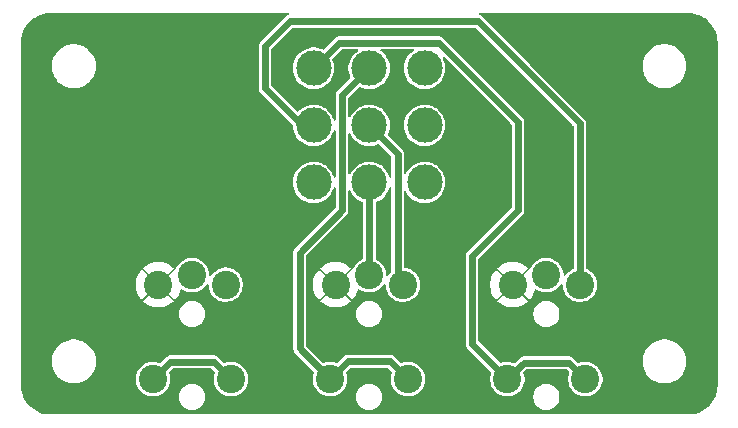
<source format=gbr>
%TF.GenerationSoftware,KiCad,Pcbnew,9.0.5*%
%TF.CreationDate,2025-10-22T22:20:53-05:00*%
%TF.ProjectId,audio_switch,61756469-6f5f-4737-9769-7463682e6b69,-*%
%TF.SameCoordinates,PX8282a50PY7459280*%
%TF.FileFunction,Copper,L1,Top*%
%TF.FilePolarity,Positive*%
%FSLAX46Y46*%
G04 Gerber Fmt 4.6, Leading zero omitted, Abs format (unit mm)*
G04 Created by KiCad (PCBNEW 9.0.5) date 2025-10-22 22:20:53*
%MOMM*%
%LPD*%
G01*
G04 APERTURE LIST*
%TA.AperFunction,ComponentPad*%
%ADD10C,2.400000*%
%TD*%
%TA.AperFunction,ComponentPad*%
%ADD11C,3.000000*%
%TD*%
%TA.AperFunction,ViaPad*%
%ADD12C,0.609600*%
%TD*%
%TA.AperFunction,Conductor*%
%ADD13C,0.406400*%
%TD*%
%TA.AperFunction,Conductor*%
%ADD14C,0.558800*%
%TD*%
G04 APERTURE END LIST*
D10*
%TO.P,J2,R1*%
%TO.N,/COM_RIGHT*%
X2850000Y11500000D03*
%TO.P,J2,R2*%
%TO.N,GND*%
X-2850000Y11500000D03*
%TO.P,J2,S*%
%TO.N,/COM_MIC*%
X0Y12300000D03*
%TO.P,J2,T*%
%TO.N,/COM_LEFT*%
X-3300000Y3500000D03*
X3300000Y3500000D03*
%TD*%
D11*
%TO.P,SW1,1,A*%
%TO.N,/A_MIC*%
X4700000Y20170000D03*
%TO.P,SW1,2,B*%
%TO.N,/COM_MIC*%
X0Y20170000D03*
%TO.P,SW1,3,C*%
%TO.N,/B_MIC*%
X-4700000Y20170000D03*
%TO.P,SW1,4,A*%
%TO.N,/A_RIGHT*%
X4700000Y25000000D03*
%TO.P,SW1,5,B*%
%TO.N,/COM_RIGHT*%
X0Y25000000D03*
%TO.P,SW1,6,C*%
%TO.N,/B_RIGHT*%
X-4700000Y25000000D03*
%TO.P,SW1,7,A*%
%TO.N,/A_LEFT*%
X4700000Y29830000D03*
%TO.P,SW1,8,B*%
%TO.N,/COM_LEFT*%
X0Y29830000D03*
%TO.P,SW1,9,C*%
%TO.N,/B_LEFT*%
X-4700000Y29830000D03*
%TD*%
D10*
%TO.P,J1,R1*%
%TO.N,/A_RIGHT*%
X-12150000Y11500000D03*
%TO.P,J1,R2*%
%TO.N,GND*%
X-17850000Y11500000D03*
%TO.P,J1,S*%
%TO.N,/A_MIC*%
X-15000000Y12300000D03*
%TO.P,J1,T*%
%TO.N,/A_LEFT*%
X-18300000Y3500000D03*
X-11700000Y3500000D03*
%TD*%
%TO.P,J3,R1*%
%TO.N,/B_RIGHT*%
X17850000Y11500000D03*
%TO.P,J3,R2*%
%TO.N,GND*%
X12150000Y11500000D03*
%TO.P,J3,S*%
%TO.N,/B_MIC*%
X15000000Y12300000D03*
%TO.P,J3,T*%
%TO.N,/B_LEFT*%
X11700000Y3500000D03*
X18300000Y3500000D03*
%TD*%
D12*
%TO.N,GND*%
X-7290000Y10550000D03*
X27500000Y10500000D03*
X-27500000Y10500000D03*
X7500000Y2500000D03*
X-1030000Y22640000D03*
X18500000Y32500000D03*
X2380000Y26080000D03*
X7260000Y32440000D03*
X27500000Y24500000D03*
X-7340000Y30640000D03*
X-11030000Y32550000D03*
X1240000Y18060000D03*
X-27500000Y17500000D03*
X11100000Y25100000D03*
X3600000Y16000000D03*
X-21300000Y2500000D03*
X-7500000Y2500000D03*
X-13500000Y15700000D03*
X13000000Y32500000D03*
X-16000000Y32500000D03*
X27500000Y17500000D03*
X21300000Y2430000D03*
X-10800000Y27800000D03*
X1360000Y13810000D03*
X8500000Y27100000D03*
X-2380000Y29120000D03*
X-18500000Y32500000D03*
X-27500000Y24500000D03*
X16400000Y14600000D03*
X2330000Y29110000D03*
%TD*%
D13*
%TO.N,/A_RIGHT*%
X4730000Y25170000D02*
X4700000Y25170000D01*
D14*
%TO.N,/A_LEFT*%
X-18300000Y3500000D02*
X-16830000Y4970000D01*
X-13170000Y4970000D02*
X-11700000Y3500000D01*
X-16830000Y4970000D02*
X-13170000Y4970000D01*
%TO.N,/COM_LEFT*%
X-5900000Y6100000D02*
X-3300000Y3500000D01*
X1790000Y5010000D02*
X3300000Y3500000D01*
X-2300000Y17800000D02*
X-5900000Y14200000D01*
X-5900000Y14200000D02*
X-5900000Y6100000D01*
X-2300000Y27530000D02*
X-2300000Y17800000D01*
X-1790000Y5010000D02*
X1790000Y5010000D01*
X0Y29830000D02*
X-2300000Y27530000D01*
X-3300000Y3500000D02*
X-1790000Y5010000D01*
%TO.N,/COM_MIC*%
X0Y12300000D02*
X0Y20170000D01*
%TO.N,/COM_RIGHT*%
X2400000Y22600000D02*
X0Y25000000D01*
X2850000Y11500000D02*
X2400000Y11950000D01*
X2400000Y11950000D02*
X2400000Y22600000D01*
%TO.N,/B_LEFT*%
X8700000Y6500000D02*
X11700000Y3500000D01*
X-4700000Y29830000D02*
X-2530000Y32000000D01*
X5900000Y32000000D02*
X12600000Y25300000D01*
X11700000Y3500000D02*
X13100000Y4900000D01*
X16900000Y4900000D02*
X18300000Y3500000D01*
X13100000Y4900000D02*
X16900000Y4900000D01*
X12600000Y17800000D02*
X8700000Y13900000D01*
X8700000Y13900000D02*
X8700000Y6500000D01*
X-2530000Y32000000D02*
X5900000Y32000000D01*
X12600000Y25300000D02*
X12600000Y17800000D01*
D13*
X-4700000Y29800000D02*
X-4700000Y29830000D01*
D14*
%TO.N,/B_RIGHT*%
X-4700000Y25000000D02*
X-5700000Y25000000D01*
X17000000Y11600000D02*
X17100000Y11500000D01*
X-8830000Y31670000D02*
X-6700000Y33800000D01*
D13*
X17850000Y11500000D02*
X17850000Y11750000D01*
D14*
X-5700000Y25000000D02*
X-8830000Y28130000D01*
X-6700000Y33800000D02*
X9200000Y33800000D01*
X9200000Y33800000D02*
X17850000Y25150000D01*
X17850000Y25150000D02*
X17850000Y11500000D01*
X-8830000Y28130000D02*
X-8830000Y31670000D01*
D13*
X17850000Y11500000D02*
X17800000Y11550000D01*
%TO.N,/B_MIC*%
X15000000Y13300000D02*
X15000000Y12300000D01*
X-4730000Y20170000D02*
X-4700000Y20170000D01*
D14*
X-4670000Y20170000D02*
X-4700000Y20170000D01*
%TD*%
%TA.AperFunction,Conductor*%
%TO.N,GND*%
G36*
X-6793285Y34470935D02*
G01*
X-6763221Y34418864D01*
X-6773662Y34359650D01*
X-6819722Y34321001D01*
X-6827036Y34318695D01*
X-6906079Y34297517D01*
X-6906081Y34297516D01*
X-7027816Y34227231D01*
X-7027819Y34227229D01*
X-9157822Y32097226D01*
X-9157823Y32097227D01*
X-9257226Y31997823D01*
X-9257231Y31997816D01*
X-9327516Y31876081D01*
X-9327516Y31876079D01*
X-9363900Y31740289D01*
X-9363900Y28059712D01*
X-9327516Y27923922D01*
X-9327516Y27923920D01*
X-9257231Y27802185D01*
X-9257229Y27802182D01*
X-9257228Y27802181D01*
X-9257226Y27802178D01*
X-6480245Y25025197D01*
X-6454834Y24970704D01*
X-6454500Y24963043D01*
X-6454500Y24885003D01*
X-6424480Y24656980D01*
X-6424477Y24656968D01*
X-6387200Y24517845D01*
X-6364954Y24434824D01*
X-6318914Y24323674D01*
X-6276943Y24222345D01*
X-6276942Y24222343D01*
X-6276940Y24222339D01*
X-6234905Y24149533D01*
X-6161943Y24023158D01*
X-6038003Y23861636D01*
X-6021934Y23840695D01*
X-5859305Y23678066D01*
X-5676840Y23538056D01*
X-5477661Y23423060D01*
X-5265176Y23335046D01*
X-5043020Y23275520D01*
X-4868053Y23252486D01*
X-4814998Y23245500D01*
X-4814996Y23245500D01*
X-4585002Y23245500D01*
X-4537477Y23251758D01*
X-4356980Y23275520D01*
X-4134824Y23335046D01*
X-3922339Y23423060D01*
X-3723160Y23538056D01*
X-3540695Y23678066D01*
X-3378066Y23840695D01*
X-3238056Y24023160D01*
X-3123060Y24222339D01*
X-3035046Y24434824D01*
X-3006705Y24540596D01*
X-2972217Y24589848D01*
X-2914139Y24605411D01*
X-2859645Y24580000D01*
X-2834234Y24525506D01*
X-2833900Y24517845D01*
X-2833900Y20652156D01*
X-2854465Y20595655D01*
X-2906536Y20565591D01*
X-2965750Y20576032D01*
X-3004399Y20622092D01*
X-3006705Y20629406D01*
X-3015240Y20661258D01*
X-3035046Y20735176D01*
X-3123060Y20947661D01*
X-3238056Y21146840D01*
X-3378066Y21329305D01*
X-3540695Y21491934D01*
X-3561636Y21508003D01*
X-3723158Y21631943D01*
X-3789553Y21670276D01*
X-3922339Y21746940D01*
X-3922341Y21746941D01*
X-3922343Y21746942D01*
X-3922345Y21746943D01*
X-4021724Y21788107D01*
X-4134824Y21834954D01*
X-4134828Y21834955D01*
X-4134830Y21834956D01*
X-4356968Y21894477D01*
X-4356980Y21894480D01*
X-4585002Y21924500D01*
X-4585004Y21924500D01*
X-4814996Y21924500D01*
X-4814998Y21924500D01*
X-5043021Y21894480D01*
X-5043033Y21894477D01*
X-5265171Y21834956D01*
X-5265178Y21834953D01*
X-5477656Y21746943D01*
X-5477658Y21746942D01*
X-5676843Y21631943D01*
X-5859302Y21491937D01*
X-6021937Y21329302D01*
X-6161943Y21146843D01*
X-6276942Y20947658D01*
X-6276943Y20947656D01*
X-6364953Y20735178D01*
X-6364956Y20735171D01*
X-6424477Y20513033D01*
X-6424480Y20513021D01*
X-6454500Y20284998D01*
X-6454500Y20055003D01*
X-6424480Y19826980D01*
X-6424477Y19826968D01*
X-6387200Y19687845D01*
X-6364954Y19604824D01*
X-6318914Y19493674D01*
X-6276943Y19392345D01*
X-6276942Y19392343D01*
X-6161943Y19193158D01*
X-6038003Y19031636D01*
X-6021934Y19010695D01*
X-5859305Y18848066D01*
X-5676840Y18708056D01*
X-5477661Y18593060D01*
X-5265176Y18505046D01*
X-5043020Y18445520D01*
X-4868053Y18422486D01*
X-4814998Y18415500D01*
X-4814996Y18415500D01*
X-4585002Y18415500D01*
X-4537477Y18421758D01*
X-4356980Y18445520D01*
X-4134824Y18505046D01*
X-3922339Y18593060D01*
X-3723160Y18708056D01*
X-3540695Y18848066D01*
X-3378066Y19010695D01*
X-3238056Y19193160D01*
X-3123060Y19392339D01*
X-3035046Y19604824D01*
X-3006705Y19710596D01*
X-2972217Y19759848D01*
X-2914139Y19775411D01*
X-2859645Y19750000D01*
X-2834234Y19695506D01*
X-2833900Y19687845D01*
X-2833900Y18057558D01*
X-2854465Y18001057D01*
X-2859645Y17995403D01*
X-6227822Y14627226D01*
X-6227823Y14627227D01*
X-6327226Y14527823D01*
X-6327231Y14527816D01*
X-6397516Y14406081D01*
X-6397516Y14406079D01*
X-6433900Y14270289D01*
X-6433900Y6029712D01*
X-6397516Y5893922D01*
X-6397516Y5893920D01*
X-6327231Y5772185D01*
X-6327229Y5772182D01*
X-6327228Y5772181D01*
X-6327226Y5772178D01*
X-5031149Y4476100D01*
X-4677553Y4122504D01*
X-4652142Y4068010D01*
X-4656110Y4033187D01*
X-4718687Y3840594D01*
X-4754500Y3614471D01*
X-4754500Y3385530D01*
X-4718688Y3159409D01*
X-4650019Y2948072D01*
X-4647938Y2941666D01*
X-4598948Y2845517D01*
X-4544000Y2737675D01*
X-4409431Y2552457D01*
X-4247544Y2390570D01*
X-4062326Y2256001D01*
X-4062324Y2256000D01*
X-3858334Y2152062D01*
X-3640596Y2081314D01*
X-3640595Y2081314D01*
X-3640592Y2081313D01*
X-3586248Y2072707D01*
X-3414472Y2045500D01*
X-3414470Y2045500D01*
X-3185530Y2045500D01*
X-3185528Y2045500D01*
X-2990267Y2076426D01*
X-2959409Y2081313D01*
X-2959408Y2081314D01*
X-2959404Y2081314D01*
X-2941163Y2087241D01*
X-1108500Y2087241D01*
X-1108500Y1912760D01*
X-1081206Y1740429D01*
X-1029238Y1580484D01*
X-1027288Y1574484D01*
X-948074Y1419019D01*
X-845517Y1277861D01*
X-722139Y1154483D01*
X-580981Y1051926D01*
X-425516Y972712D01*
X-259574Y918795D01*
X-87241Y891500D01*
X-87240Y891500D01*
X87240Y891500D01*
X87241Y891500D01*
X259574Y918795D01*
X425516Y972712D01*
X580981Y1051926D01*
X722139Y1154483D01*
X845517Y1277861D01*
X948074Y1419019D01*
X1027288Y1574484D01*
X1081205Y1740426D01*
X1108500Y1912759D01*
X1108500Y2087241D01*
X1081205Y2259574D01*
X1027288Y2425516D01*
X948074Y2580981D01*
X845517Y2722139D01*
X722139Y2845517D01*
X580981Y2948074D01*
X425516Y3027288D01*
X425514Y3027289D01*
X425511Y3027290D01*
X259571Y3081206D01*
X127189Y3102173D01*
X87241Y3108500D01*
X-87241Y3108500D01*
X-119672Y3103364D01*
X-259572Y3081206D01*
X-425512Y3027290D01*
X-425519Y3027287D01*
X-580979Y2948075D01*
X-580985Y2948072D01*
X-722140Y2845517D01*
X-845517Y2722140D01*
X-948072Y2580985D01*
X-948075Y2580979D01*
X-1027287Y2425519D01*
X-1027290Y2425512D01*
X-1081206Y2259572D01*
X-1108500Y2087241D01*
X-2941163Y2087241D01*
X-2741666Y2152062D01*
X-2537676Y2256000D01*
X-2352457Y2390569D01*
X-2190569Y2552457D01*
X-2056000Y2737676D01*
X-1952062Y2941666D01*
X-1881314Y3159404D01*
X-1845500Y3385528D01*
X-1845500Y3614472D01*
X-1881314Y3840596D01*
X-1943891Y4033188D01*
X-1941792Y4093278D01*
X-1922447Y4122505D01*
X-1594595Y4450355D01*
X-1540102Y4475766D01*
X-1532441Y4476100D01*
X1532442Y4476100D01*
X1588943Y4455535D01*
X1594597Y4450355D01*
X1922447Y4122504D01*
X1947858Y4068010D01*
X1943890Y4033187D01*
X1881313Y3840594D01*
X1845500Y3614471D01*
X1845500Y3385530D01*
X1881312Y3159409D01*
X1949981Y2948072D01*
X1952062Y2941666D01*
X2001052Y2845517D01*
X2056000Y2737675D01*
X2190569Y2552457D01*
X2352456Y2390570D01*
X2537674Y2256001D01*
X2537676Y2256000D01*
X2741666Y2152062D01*
X2959404Y2081314D01*
X2959405Y2081314D01*
X2959408Y2081313D01*
X3013752Y2072707D01*
X3185528Y2045500D01*
X3185530Y2045500D01*
X3414470Y2045500D01*
X3414472Y2045500D01*
X3609733Y2076426D01*
X3640591Y2081313D01*
X3640592Y2081314D01*
X3640596Y2081314D01*
X3858334Y2152062D01*
X4062324Y2256000D01*
X4247543Y2390569D01*
X4409431Y2552457D01*
X4544000Y2737676D01*
X4647938Y2941666D01*
X4718686Y3159404D01*
X4754500Y3385528D01*
X4754500Y3614472D01*
X4718686Y3840596D01*
X4647938Y4058334D01*
X4544000Y4262324D01*
X4487307Y4340355D01*
X4443012Y4401323D01*
X4409431Y4447543D01*
X4247543Y4609431D01*
X4210081Y4636649D01*
X4062325Y4744000D01*
X3964003Y4794097D01*
X3858334Y4847938D01*
X3858331Y4847939D01*
X3858329Y4847940D01*
X3640591Y4918688D01*
X3440679Y4950350D01*
X3414472Y4954500D01*
X3185528Y4954500D01*
X3142975Y4947761D01*
X2959406Y4918687D01*
X2766813Y4856110D01*
X2706723Y4858209D01*
X2677496Y4877553D01*
X2600549Y4954500D01*
X2117822Y5437226D01*
X2117819Y5437228D01*
X2117818Y5437229D01*
X2117815Y5437231D01*
X1996079Y5507516D01*
X1860289Y5543900D01*
X-1860289Y5543900D01*
X-1996077Y5507517D01*
X-2117824Y5437226D01*
X-2677498Y4877553D01*
X-2731992Y4852142D01*
X-2766816Y4856110D01*
X-2959409Y4918688D01*
X-3159321Y4950350D01*
X-3185528Y4954500D01*
X-3414472Y4954500D01*
X-3457025Y4947761D01*
X-3640594Y4918687D01*
X-3833187Y4856110D01*
X-3893277Y4858209D01*
X-3922504Y4877553D01*
X-5340355Y6295404D01*
X-5365766Y6349898D01*
X-5366100Y6357559D01*
X-5366100Y9087241D01*
X-1108500Y9087241D01*
X-1108500Y8912760D01*
X-1081206Y8740429D01*
X-1081205Y8740426D01*
X-1027288Y8574484D01*
X-948074Y8419019D01*
X-845517Y8277861D01*
X-722139Y8154483D01*
X-580981Y8051926D01*
X-425516Y7972712D01*
X-259574Y7918795D01*
X-87241Y7891500D01*
X-87240Y7891500D01*
X87240Y7891500D01*
X87241Y7891500D01*
X259574Y7918795D01*
X425516Y7972712D01*
X580981Y8051926D01*
X722139Y8154483D01*
X845517Y8277861D01*
X948074Y8419019D01*
X1027288Y8574484D01*
X1081205Y8740426D01*
X1108500Y8912759D01*
X1108500Y9087241D01*
X1081205Y9259574D01*
X1027288Y9425516D01*
X948074Y9580981D01*
X845517Y9722139D01*
X722139Y9845517D01*
X580984Y9948072D01*
X580983Y9948073D01*
X580981Y9948074D01*
X425516Y10027288D01*
X425514Y10027289D01*
X425511Y10027290D01*
X259571Y10081206D01*
X127189Y10102173D01*
X87241Y10108500D01*
X-87241Y10108500D01*
X-119672Y10103364D01*
X-259572Y10081206D01*
X-425512Y10027290D01*
X-425519Y10027287D01*
X-580979Y9948075D01*
X-580985Y9948072D01*
X-722140Y9845517D01*
X-845517Y9722140D01*
X-948072Y9580985D01*
X-948075Y9580979D01*
X-1027287Y9425519D01*
X-1027290Y9425512D01*
X-1081206Y9259572D01*
X-1108500Y9087241D01*
X-5366100Y9087241D01*
X-5366100Y13942443D01*
X-5345535Y13998944D01*
X-5340366Y14004587D01*
X-1872774Y17472178D01*
X-1802484Y17593922D01*
X-1766100Y17729711D01*
X-1766100Y17870289D01*
X-1766100Y19407109D01*
X-1745535Y19463610D01*
X-1693464Y19493674D01*
X-1634250Y19483233D01*
X-1596991Y19440747D01*
X-1576943Y19392345D01*
X-1576942Y19392343D01*
X-1461943Y19193158D01*
X-1338003Y19031636D01*
X-1321934Y19010695D01*
X-1159305Y18848066D01*
X-976840Y18708056D01*
X-777661Y18593060D01*
X-588161Y18514567D01*
X-543832Y18473947D01*
X-533900Y18433359D01*
X-533900Y13714253D01*
X-554465Y13657752D01*
X-581892Y13635935D01*
X-648164Y13602168D01*
X-762326Y13544000D01*
X-947544Y13409431D01*
X-1109431Y13247544D01*
X-1244000Y13062326D01*
X-1347940Y12858331D01*
X-1350873Y12849300D01*
X-1387890Y12801919D01*
X-1434472Y12788561D01*
X-1435714Y12788561D01*
X-2258922Y11965354D01*
X-2267437Y11978097D01*
X-2371903Y12082563D01*
X-2384647Y12091079D01*
X-1561440Y12914285D01*
X-1587158Y12940003D01*
X-1785914Y13092514D01*
X-2002888Y13217783D01*
X-2002890Y13217784D01*
X-2234346Y13313655D01*
X-2234354Y13313658D01*
X-2476331Y13378496D01*
X-2476345Y13378499D01*
X-2724730Y13411200D01*
X-2975270Y13411200D01*
X-3223656Y13378499D01*
X-3223670Y13378496D01*
X-3465647Y13313658D01*
X-3465655Y13313655D01*
X-3697111Y13217784D01*
X-3697113Y13217783D01*
X-3914087Y13092514D01*
X-4112843Y12940003D01*
X-4138560Y12914285D01*
X-3315354Y12091079D01*
X-3328097Y12082563D01*
X-3432563Y11978097D01*
X-3441079Y11965354D01*
X-4264285Y12788560D01*
X-4290003Y12762843D01*
X-4442514Y12564087D01*
X-4567783Y12347113D01*
X-4567784Y12347111D01*
X-4663655Y12115655D01*
X-4663658Y12115647D01*
X-4728496Y11873670D01*
X-4728499Y11873656D01*
X-4761200Y11625270D01*
X-4761200Y11374731D01*
X-4728499Y11126345D01*
X-4728496Y11126331D01*
X-4663658Y10884354D01*
X-4663655Y10884346D01*
X-4567784Y10652890D01*
X-4567783Y10652888D01*
X-4442514Y10435914D01*
X-4290003Y10237158D01*
X-4264285Y10211440D01*
X-3441079Y11034647D01*
X-3432563Y11021903D01*
X-3328097Y10917437D01*
X-3315354Y10908922D01*
X-4138560Y10085715D01*
X-4112843Y10059998D01*
X-3914087Y9907487D01*
X-3697113Y9782218D01*
X-3697111Y9782217D01*
X-3465655Y9686346D01*
X-3465647Y9686343D01*
X-3223670Y9621505D01*
X-3223656Y9621502D01*
X-2975270Y9588800D01*
X-2724730Y9588800D01*
X-2476345Y9621502D01*
X-2476331Y9621505D01*
X-2234354Y9686343D01*
X-2234346Y9686346D01*
X-2002890Y9782217D01*
X-2002888Y9782218D01*
X-1785914Y9907487D01*
X-1587158Y10059998D01*
X-1561440Y10085715D01*
X-2384647Y10908922D01*
X-2371903Y10917437D01*
X-2267437Y11021903D01*
X-2258922Y11034647D01*
X-1435715Y10211440D01*
X-1409998Y10237158D01*
X-1257487Y10435914D01*
X-1132218Y10652888D01*
X-1132217Y10652890D01*
X-1036346Y10884346D01*
X-1036343Y10884353D01*
X-986294Y11071136D01*
X-951806Y11120389D01*
X-893728Y11135952D01*
X-849723Y11119499D01*
X-762326Y11056001D01*
X-762324Y11056000D01*
X-558334Y10952062D01*
X-340596Y10881314D01*
X-340595Y10881314D01*
X-340592Y10881313D01*
X-286248Y10872707D01*
X-114472Y10845500D01*
X-114470Y10845500D01*
X114470Y10845500D01*
X114472Y10845500D01*
X309733Y10876426D01*
X340591Y10881313D01*
X340592Y10881314D01*
X340596Y10881314D01*
X558334Y10952062D01*
X762324Y11056000D01*
X947543Y11190569D01*
X1109431Y11352457D01*
X1236488Y11527337D01*
X1286335Y11560959D01*
X1346133Y11554674D01*
X1387901Y11511422D01*
X1395500Y11475670D01*
X1395500Y11385528D01*
X1400738Y11352457D01*
X1431312Y11159409D01*
X1443991Y11120389D01*
X1502062Y10941666D01*
X1551061Y10845500D01*
X1606000Y10737675D01*
X1740569Y10552457D01*
X1902456Y10390570D01*
X2087674Y10256001D01*
X2087676Y10256000D01*
X2291666Y10152062D01*
X2509404Y10081314D01*
X2509405Y10081314D01*
X2509408Y10081313D01*
X2563752Y10072707D01*
X2735528Y10045500D01*
X2735530Y10045500D01*
X2964470Y10045500D01*
X2964472Y10045500D01*
X3159733Y10076426D01*
X3190591Y10081313D01*
X3190592Y10081314D01*
X3190596Y10081314D01*
X3408334Y10152062D01*
X3612324Y10256000D01*
X3797543Y10390569D01*
X3959431Y10552457D01*
X4094000Y10737676D01*
X4197938Y10941666D01*
X4268686Y11159404D01*
X4304500Y11385528D01*
X4304500Y11614472D01*
X4268686Y11840596D01*
X4197938Y12058334D01*
X4094000Y12262324D01*
X4048949Y12324331D01*
X3959430Y12447544D01*
X3797543Y12609431D01*
X3612325Y12744000D01*
X3498651Y12801919D01*
X3408334Y12847938D01*
X3408331Y12847939D01*
X3408329Y12847940D01*
X3190591Y12918688D01*
X3008050Y12947598D01*
X2955461Y12976748D01*
X2933913Y13032882D01*
X2933900Y13034416D01*
X2933900Y19407109D01*
X2954465Y19463610D01*
X3006536Y19493674D01*
X3065750Y19483233D01*
X3103009Y19440747D01*
X3123057Y19392345D01*
X3123058Y19392343D01*
X3238057Y19193158D01*
X3361997Y19031636D01*
X3378066Y19010695D01*
X3540695Y18848066D01*
X3723160Y18708056D01*
X3922339Y18593060D01*
X4134824Y18505046D01*
X4356980Y18445520D01*
X4531947Y18422486D01*
X4585002Y18415500D01*
X4585004Y18415500D01*
X4814998Y18415500D01*
X4862523Y18421758D01*
X5043020Y18445520D01*
X5265176Y18505046D01*
X5477661Y18593060D01*
X5676840Y18708056D01*
X5859305Y18848066D01*
X6021934Y19010695D01*
X6161944Y19193160D01*
X6276940Y19392339D01*
X6364954Y19604824D01*
X6424480Y19826980D01*
X6454500Y20055004D01*
X6454500Y20284996D01*
X6424480Y20513020D01*
X6364954Y20735176D01*
X6276940Y20947661D01*
X6161944Y21146840D01*
X6021934Y21329305D01*
X5859305Y21491934D01*
X5838364Y21508003D01*
X5676842Y21631943D01*
X5610447Y21670276D01*
X5477661Y21746940D01*
X5477659Y21746941D01*
X5477657Y21746942D01*
X5477655Y21746943D01*
X5378276Y21788107D01*
X5265176Y21834954D01*
X5265172Y21834955D01*
X5265170Y21834956D01*
X5043032Y21894477D01*
X5043020Y21894480D01*
X4814998Y21924500D01*
X4814996Y21924500D01*
X4585004Y21924500D01*
X4585002Y21924500D01*
X4356979Y21894480D01*
X4356967Y21894477D01*
X4134829Y21834956D01*
X4134822Y21834953D01*
X3922344Y21746943D01*
X3922342Y21746942D01*
X3723157Y21631943D01*
X3540698Y21491937D01*
X3378063Y21329302D01*
X3238057Y21146843D01*
X3123058Y20947658D01*
X3123057Y20947656D01*
X3103009Y20899254D01*
X3062387Y20854924D01*
X3002775Y20847076D01*
X2952064Y20879382D01*
X2933900Y20932892D01*
X2933900Y22670289D01*
X2897516Y22806078D01*
X2897515Y22806080D01*
X2897515Y22806081D01*
X2827230Y22927816D01*
X2827225Y22927823D01*
X2727822Y23027227D01*
X2727822Y23027226D01*
X1605515Y24149533D01*
X1580104Y24204027D01*
X1586460Y24245325D01*
X1664954Y24434824D01*
X1724480Y24656980D01*
X1754500Y24885004D01*
X1754500Y25114996D01*
X1754500Y25114998D01*
X2945500Y25114998D01*
X2945500Y24885003D01*
X2975520Y24656980D01*
X2975523Y24656968D01*
X3012800Y24517845D01*
X3035046Y24434824D01*
X3081086Y24323674D01*
X3123057Y24222345D01*
X3123058Y24222343D01*
X3123060Y24222339D01*
X3165095Y24149533D01*
X3238057Y24023158D01*
X3361997Y23861636D01*
X3378066Y23840695D01*
X3540695Y23678066D01*
X3723160Y23538056D01*
X3922339Y23423060D01*
X4134824Y23335046D01*
X4356980Y23275520D01*
X4531947Y23252486D01*
X4585002Y23245500D01*
X4585004Y23245500D01*
X4814998Y23245500D01*
X4862523Y23251758D01*
X5043020Y23275520D01*
X5265176Y23335046D01*
X5477661Y23423060D01*
X5676840Y23538056D01*
X5859305Y23678066D01*
X6021934Y23840695D01*
X6161944Y24023160D01*
X6276940Y24222339D01*
X6364954Y24434824D01*
X6424480Y24656980D01*
X6454500Y24885004D01*
X6454500Y25114996D01*
X6424480Y25343020D01*
X6364954Y25565176D01*
X6276940Y25777661D01*
X6161944Y25976840D01*
X6021934Y26159305D01*
X5859305Y26321934D01*
X5838364Y26338003D01*
X5676842Y26461943D01*
X5610447Y26500276D01*
X5477661Y26576940D01*
X5477659Y26576941D01*
X5477657Y26576942D01*
X5477655Y26576943D01*
X5378276Y26618107D01*
X5265176Y26664954D01*
X5265172Y26664955D01*
X5265170Y26664956D01*
X5043032Y26724477D01*
X5043020Y26724480D01*
X4814998Y26754500D01*
X4814996Y26754500D01*
X4585004Y26754500D01*
X4585002Y26754500D01*
X4356979Y26724480D01*
X4356967Y26724477D01*
X4134829Y26664956D01*
X4134822Y26664953D01*
X3922344Y26576943D01*
X3922342Y26576942D01*
X3723157Y26461943D01*
X3540698Y26321937D01*
X3378063Y26159302D01*
X3238057Y25976843D01*
X3123058Y25777658D01*
X3123057Y25777656D01*
X3035047Y25565178D01*
X3035044Y25565171D01*
X2975523Y25343033D01*
X2975520Y25343021D01*
X2945500Y25114998D01*
X1754500Y25114998D01*
X1724480Y25343020D01*
X1664954Y25565176D01*
X1576940Y25777661D01*
X1461944Y25976840D01*
X1321934Y26159305D01*
X1159305Y26321934D01*
X1138364Y26338003D01*
X976842Y26461943D01*
X910447Y26500276D01*
X777661Y26576940D01*
X777659Y26576941D01*
X777657Y26576942D01*
X777655Y26576943D01*
X678276Y26618107D01*
X565176Y26664954D01*
X565172Y26664955D01*
X565170Y26664956D01*
X343032Y26724477D01*
X343020Y26724480D01*
X114998Y26754500D01*
X114996Y26754500D01*
X-114996Y26754500D01*
X-114998Y26754500D01*
X-343021Y26724480D01*
X-343033Y26724477D01*
X-565171Y26664956D01*
X-565178Y26664953D01*
X-777656Y26576943D01*
X-777658Y26576942D01*
X-976843Y26461943D01*
X-1159302Y26321937D01*
X-1321937Y26159302D01*
X-1461943Y25976843D01*
X-1576942Y25777658D01*
X-1576943Y25777656D01*
X-1596991Y25729254D01*
X-1637613Y25684924D01*
X-1697225Y25677076D01*
X-1747936Y25709382D01*
X-1766100Y25762892D01*
X-1766100Y27272443D01*
X-1745535Y27328944D01*
X-1740366Y27334587D01*
X-850468Y28224486D01*
X-795974Y28249896D01*
X-754676Y28243540D01*
X-565176Y28165046D01*
X-343020Y28105520D01*
X-168053Y28082486D01*
X-114998Y28075500D01*
X-114996Y28075500D01*
X114998Y28075500D01*
X162523Y28081758D01*
X343020Y28105520D01*
X565176Y28165046D01*
X777661Y28253060D01*
X976840Y28368056D01*
X1159305Y28508066D01*
X1321934Y28670695D01*
X1461944Y28853160D01*
X1576940Y29052339D01*
X1664954Y29264824D01*
X1724480Y29486980D01*
X1754500Y29715004D01*
X1754500Y29944996D01*
X1724480Y30173020D01*
X1664954Y30395176D01*
X1576940Y30607661D01*
X1461944Y30806840D01*
X1448965Y30823754D01*
X1321936Y30989302D01*
X1321934Y30989305D01*
X1159305Y31151934D01*
X1147475Y31161011D01*
X976840Y31291945D01*
X976838Y31291946D01*
X959291Y31302076D01*
X920641Y31348136D01*
X920641Y31408263D01*
X959289Y31454323D01*
X1003240Y31466100D01*
X3696760Y31466100D01*
X3753261Y31445535D01*
X3783325Y31393464D01*
X3772884Y31334250D01*
X3740709Y31302076D01*
X3723161Y31291946D01*
X3723159Y31291945D01*
X3540698Y31151937D01*
X3378063Y30989302D01*
X3238057Y30806843D01*
X3123058Y30607658D01*
X3123057Y30607656D01*
X3035047Y30395178D01*
X3035044Y30395171D01*
X2975523Y30173033D01*
X2975520Y30173021D01*
X2945500Y29944998D01*
X2945500Y29715003D01*
X2975520Y29486980D01*
X2975523Y29486968D01*
X2998471Y29401323D01*
X3035046Y29264824D01*
X3081893Y29151724D01*
X3123057Y29052345D01*
X3123058Y29052343D01*
X3123060Y29052339D01*
X3165094Y28979534D01*
X3238057Y28853158D01*
X3361997Y28691636D01*
X3378066Y28670695D01*
X3540695Y28508066D01*
X3723160Y28368056D01*
X3922339Y28253060D01*
X4134824Y28165046D01*
X4356980Y28105520D01*
X4531947Y28082486D01*
X4585002Y28075500D01*
X4585004Y28075500D01*
X4814998Y28075500D01*
X4862523Y28081758D01*
X5043020Y28105520D01*
X5265176Y28165046D01*
X5477661Y28253060D01*
X5676840Y28368056D01*
X5859305Y28508066D01*
X6021934Y28670695D01*
X6161944Y28853160D01*
X6276940Y29052339D01*
X6364954Y29264824D01*
X6424480Y29486980D01*
X6454500Y29715004D01*
X6454500Y29944996D01*
X6424480Y30173020D01*
X6364954Y30395176D01*
X6276940Y30607661D01*
X6255126Y30645443D01*
X6244686Y30704655D01*
X6274750Y30756726D01*
X6331251Y30777291D01*
X6387752Y30756726D01*
X6393406Y30751546D01*
X12040355Y25104597D01*
X12065766Y25050103D01*
X12066100Y25042442D01*
X12066100Y18057558D01*
X12045535Y18001057D01*
X12040355Y17995403D01*
X8372178Y14327226D01*
X8372177Y14327227D01*
X8272774Y14227823D01*
X8272769Y14227816D01*
X8202484Y14106081D01*
X8202484Y14106079D01*
X8202484Y14106078D01*
X8166100Y13970289D01*
X8166100Y6570289D01*
X8166100Y6429711D01*
X8185433Y6357559D01*
X8202484Y6293922D01*
X8202484Y6293920D01*
X8272769Y6172185D01*
X8272771Y6172182D01*
X8272772Y6172181D01*
X8272774Y6172178D01*
X9323136Y5121816D01*
X10322447Y4122505D01*
X10347858Y4068011D01*
X10343890Y4033188D01*
X10281313Y3840594D01*
X10245500Y3614471D01*
X10245500Y3385530D01*
X10281312Y3159409D01*
X10349981Y2948072D01*
X10352062Y2941666D01*
X10401052Y2845517D01*
X10456000Y2737675D01*
X10590569Y2552457D01*
X10752456Y2390570D01*
X10937674Y2256001D01*
X10937676Y2256000D01*
X11141666Y2152062D01*
X11359404Y2081314D01*
X11359405Y2081314D01*
X11359408Y2081313D01*
X11413752Y2072707D01*
X11585528Y2045500D01*
X11585530Y2045500D01*
X11814470Y2045500D01*
X11814472Y2045500D01*
X12009733Y2076426D01*
X12040591Y2081313D01*
X12040592Y2081314D01*
X12040596Y2081314D01*
X12058837Y2087241D01*
X13891500Y2087241D01*
X13891500Y1912760D01*
X13918794Y1740429D01*
X13970762Y1580484D01*
X13972712Y1574484D01*
X14051926Y1419019D01*
X14154483Y1277861D01*
X14277861Y1154483D01*
X14419019Y1051926D01*
X14574484Y972712D01*
X14740426Y918795D01*
X14912759Y891500D01*
X14912760Y891500D01*
X15087240Y891500D01*
X15087241Y891500D01*
X15259574Y918795D01*
X15425516Y972712D01*
X15580981Y1051926D01*
X15722139Y1154483D01*
X15845517Y1277861D01*
X15948074Y1419019D01*
X16027288Y1574484D01*
X16081205Y1740426D01*
X16108500Y1912759D01*
X16108500Y2087241D01*
X16081205Y2259574D01*
X16027288Y2425516D01*
X15948074Y2580981D01*
X15845517Y2722139D01*
X15722139Y2845517D01*
X15580981Y2948074D01*
X15425516Y3027288D01*
X15425514Y3027289D01*
X15425511Y3027290D01*
X15259571Y3081206D01*
X15127189Y3102173D01*
X15087241Y3108500D01*
X14912759Y3108500D01*
X14880328Y3103364D01*
X14740428Y3081206D01*
X14574488Y3027290D01*
X14574481Y3027287D01*
X14419021Y2948075D01*
X14419015Y2948072D01*
X14277860Y2845517D01*
X14154483Y2722140D01*
X14051928Y2580985D01*
X14051925Y2580979D01*
X13972713Y2425519D01*
X13972710Y2425512D01*
X13918794Y2259572D01*
X13891500Y2087241D01*
X12058837Y2087241D01*
X12258334Y2152062D01*
X12462324Y2256000D01*
X12647543Y2390569D01*
X12809431Y2552457D01*
X12944000Y2737676D01*
X13047938Y2941666D01*
X13118686Y3159404D01*
X13154500Y3385528D01*
X13154500Y3614472D01*
X13118686Y3840596D01*
X13056108Y4033190D01*
X13058206Y4093278D01*
X13077552Y4122505D01*
X13295404Y4340355D01*
X13349897Y4365766D01*
X13357558Y4366100D01*
X16642442Y4366100D01*
X16698943Y4345535D01*
X16704597Y4340355D01*
X16922447Y4122505D01*
X16947858Y4068011D01*
X16943890Y4033188D01*
X16881313Y3840594D01*
X16845500Y3614471D01*
X16845500Y3385530D01*
X16881312Y3159409D01*
X16949981Y2948072D01*
X16952062Y2941666D01*
X17001052Y2845517D01*
X17056000Y2737675D01*
X17190569Y2552457D01*
X17352456Y2390570D01*
X17537674Y2256001D01*
X17537676Y2256000D01*
X17741666Y2152062D01*
X17959404Y2081314D01*
X17959405Y2081314D01*
X17959408Y2081313D01*
X18013752Y2072707D01*
X18185528Y2045500D01*
X18185530Y2045500D01*
X18414470Y2045500D01*
X18414472Y2045500D01*
X18609733Y2076426D01*
X18640591Y2081313D01*
X18640592Y2081314D01*
X18640596Y2081314D01*
X18858334Y2152062D01*
X19062324Y2256000D01*
X19247543Y2390569D01*
X19409431Y2552457D01*
X19544000Y2737676D01*
X19647938Y2941666D01*
X19718686Y3159404D01*
X19754500Y3385528D01*
X19754500Y3614472D01*
X19718686Y3840596D01*
X19647938Y4058334D01*
X19544000Y4262324D01*
X19487307Y4340355D01*
X19443012Y4401323D01*
X19409431Y4447543D01*
X19247543Y4609431D01*
X19210081Y4636649D01*
X19062325Y4744000D01*
X18964003Y4794097D01*
X18858334Y4847938D01*
X18858331Y4847939D01*
X18858329Y4847940D01*
X18640591Y4918688D01*
X18440679Y4950350D01*
X18414472Y4954500D01*
X18185528Y4954500D01*
X18142975Y4947761D01*
X17959406Y4918687D01*
X17766812Y4856110D01*
X17706722Y4858209D01*
X17677495Y4877553D01*
X17492512Y5062536D01*
X17433232Y5121816D01*
X23141500Y5121816D01*
X23141500Y4878185D01*
X23173299Y4636649D01*
X23173302Y4636635D01*
X23227125Y4435766D01*
X23236354Y4401323D01*
X23259462Y4345535D01*
X23329582Y4176249D01*
X23329583Y4176247D01*
X23329585Y4176243D01*
X23397660Y4058334D01*
X23451399Y3965255D01*
X23547053Y3840596D01*
X23599707Y3771976D01*
X23771976Y3599707D01*
X23965257Y3451398D01*
X24176243Y3329585D01*
X24401323Y3236354D01*
X24636647Y3173299D01*
X24815695Y3149728D01*
X24878184Y3141500D01*
X24878187Y3141500D01*
X25121816Y3141500D01*
X25179343Y3149074D01*
X25363353Y3173299D01*
X25598677Y3236354D01*
X25823757Y3329585D01*
X26034743Y3451398D01*
X26228024Y3599707D01*
X26400293Y3771976D01*
X26548602Y3965257D01*
X26670415Y4176243D01*
X26763646Y4401323D01*
X26826701Y4636647D01*
X26855071Y4852142D01*
X26858500Y4878185D01*
X26858500Y5121816D01*
X26850272Y5184305D01*
X26826701Y5363353D01*
X26763646Y5598677D01*
X26670415Y5823757D01*
X26548602Y6034743D01*
X26400293Y6228024D01*
X26228024Y6400293D01*
X26189684Y6429712D01*
X26034745Y6548601D01*
X25964414Y6589207D01*
X25823757Y6670415D01*
X25823755Y6670416D01*
X25823753Y6670417D01*
X25823751Y6670418D01*
X25701276Y6721148D01*
X25598677Y6763646D01*
X25598670Y6763648D01*
X25363365Y6826698D01*
X25363360Y6826699D01*
X25363353Y6826701D01*
X25266737Y6839421D01*
X25121816Y6858500D01*
X25121813Y6858500D01*
X24878187Y6858500D01*
X24878184Y6858500D01*
X24697032Y6834651D01*
X24636647Y6826701D01*
X24636643Y6826700D01*
X24636634Y6826698D01*
X24401329Y6763648D01*
X24401325Y6763647D01*
X24401323Y6763646D01*
X24401321Y6763645D01*
X24176248Y6670418D01*
X24176246Y6670417D01*
X23965254Y6548601D01*
X23771979Y6400296D01*
X23599704Y6228021D01*
X23451399Y6034746D01*
X23329583Y5823754D01*
X23329582Y5823752D01*
X23236355Y5598679D01*
X23236352Y5598671D01*
X23182377Y5397231D01*
X23173299Y5363353D01*
X23168543Y5327229D01*
X23141500Y5121816D01*
X17433232Y5121816D01*
X17227822Y5327226D01*
X17227819Y5327228D01*
X17227818Y5327229D01*
X17227815Y5327231D01*
X17106079Y5397516D01*
X16970289Y5433900D01*
X13170289Y5433900D01*
X13029711Y5433900D01*
X12893921Y5397516D01*
X12893919Y5397516D01*
X12772184Y5327231D01*
X12772181Y5327229D01*
X12322503Y4877552D01*
X12268009Y4852141D01*
X12233187Y4856109D01*
X12125229Y4891187D01*
X12040591Y4918688D01*
X11840679Y4950350D01*
X11814472Y4954500D01*
X11585528Y4954500D01*
X11542975Y4947761D01*
X11359406Y4918687D01*
X11166812Y4856110D01*
X11106722Y4858209D01*
X11077495Y4877553D01*
X9259645Y6695403D01*
X9234234Y6749897D01*
X9233900Y6757558D01*
X9233900Y9087241D01*
X13891500Y9087241D01*
X13891500Y8912760D01*
X13918794Y8740429D01*
X13918795Y8740426D01*
X13972712Y8574484D01*
X14051926Y8419019D01*
X14154483Y8277861D01*
X14277861Y8154483D01*
X14419019Y8051926D01*
X14574484Y7972712D01*
X14740426Y7918795D01*
X14912759Y7891500D01*
X14912760Y7891500D01*
X15087240Y7891500D01*
X15087241Y7891500D01*
X15259574Y7918795D01*
X15425516Y7972712D01*
X15580981Y8051926D01*
X15722139Y8154483D01*
X15845517Y8277861D01*
X15948074Y8419019D01*
X16027288Y8574484D01*
X16081205Y8740426D01*
X16108500Y8912759D01*
X16108500Y9087241D01*
X16081205Y9259574D01*
X16027288Y9425516D01*
X15948074Y9580981D01*
X15845517Y9722139D01*
X15722139Y9845517D01*
X15580984Y9948072D01*
X15580983Y9948073D01*
X15580981Y9948074D01*
X15425516Y10027288D01*
X15425514Y10027289D01*
X15425511Y10027290D01*
X15259571Y10081206D01*
X15127189Y10102173D01*
X15087241Y10108500D01*
X14912759Y10108500D01*
X14880328Y10103364D01*
X14740428Y10081206D01*
X14574488Y10027290D01*
X14574481Y10027287D01*
X14419021Y9948075D01*
X14419015Y9948072D01*
X14277860Y9845517D01*
X14154483Y9722140D01*
X14051928Y9580985D01*
X14051925Y9580979D01*
X13972713Y9425519D01*
X13972710Y9425512D01*
X13918794Y9259572D01*
X13891500Y9087241D01*
X9233900Y9087241D01*
X9233900Y13642443D01*
X9254465Y13698944D01*
X9259634Y13704587D01*
X13027226Y17472178D01*
X13097516Y17593922D01*
X13133900Y17729711D01*
X13133900Y17870289D01*
X13133900Y25370289D01*
X13097516Y25506078D01*
X13097515Y25506080D01*
X13097515Y25506081D01*
X13027230Y25627816D01*
X13027225Y25627823D01*
X12927822Y25727227D01*
X12927822Y25727226D01*
X6227822Y32427226D01*
X6227819Y32427228D01*
X6227818Y32427229D01*
X6227815Y32427231D01*
X6106079Y32497516D01*
X5970289Y32533900D01*
X-2600289Y32533900D01*
X-2736077Y32497517D01*
X-2857821Y32427228D01*
X-3849535Y31435516D01*
X-3904029Y31410105D01*
X-3945327Y31416462D01*
X-4134824Y31494954D01*
X-4134828Y31494955D01*
X-4134830Y31494956D01*
X-4356968Y31554477D01*
X-4356980Y31554480D01*
X-4585002Y31584500D01*
X-4585004Y31584500D01*
X-4814996Y31584500D01*
X-4814998Y31584500D01*
X-5043021Y31554480D01*
X-5043033Y31554477D01*
X-5265171Y31494956D01*
X-5265178Y31494953D01*
X-5477656Y31406943D01*
X-5477658Y31406942D01*
X-5676843Y31291943D01*
X-5859302Y31151937D01*
X-6021937Y30989302D01*
X-6161943Y30806843D01*
X-6276942Y30607658D01*
X-6276943Y30607656D01*
X-6364953Y30395178D01*
X-6364956Y30395171D01*
X-6424477Y30173033D01*
X-6424480Y30173021D01*
X-6454500Y29944998D01*
X-6454500Y29715003D01*
X-6424480Y29486980D01*
X-6424477Y29486968D01*
X-6401529Y29401323D01*
X-6364954Y29264824D01*
X-6318107Y29151724D01*
X-6276943Y29052345D01*
X-6276942Y29052343D01*
X-6276940Y29052339D01*
X-6234906Y28979534D01*
X-6161943Y28853158D01*
X-6038003Y28691636D01*
X-6021934Y28670695D01*
X-5859305Y28508066D01*
X-5676840Y28368056D01*
X-5477661Y28253060D01*
X-5265176Y28165046D01*
X-5043020Y28105520D01*
X-4868053Y28082486D01*
X-4814998Y28075500D01*
X-4814996Y28075500D01*
X-4585002Y28075500D01*
X-4537477Y28081758D01*
X-4356980Y28105520D01*
X-4134824Y28165046D01*
X-3922339Y28253060D01*
X-3723160Y28368056D01*
X-3540695Y28508066D01*
X-3378066Y28670695D01*
X-3238056Y28853160D01*
X-3123060Y29052339D01*
X-3035046Y29264824D01*
X-2975520Y29486980D01*
X-2945500Y29715004D01*
X-2945500Y29944996D01*
X-2975520Y30173020D01*
X-3035046Y30395176D01*
X-3113540Y30584676D01*
X-3116162Y30644745D01*
X-3094487Y30680466D01*
X-2334596Y31440355D01*
X-2280102Y31465766D01*
X-2272441Y31466100D01*
X-1003240Y31466100D01*
X-946739Y31445535D01*
X-916675Y31393464D01*
X-927116Y31334250D01*
X-959291Y31302076D01*
X-976839Y31291946D01*
X-976841Y31291945D01*
X-1159302Y31151937D01*
X-1321937Y30989302D01*
X-1461943Y30806843D01*
X-1576942Y30607658D01*
X-1576943Y30607656D01*
X-1664953Y30395178D01*
X-1664956Y30395171D01*
X-1724477Y30173033D01*
X-1724480Y30173021D01*
X-1754500Y29944998D01*
X-1754500Y29715003D01*
X-1724480Y29486980D01*
X-1724477Y29486968D01*
X-1701529Y29401323D01*
X-1664954Y29264824D01*
X-1595570Y29097315D01*
X-1586462Y29075327D01*
X-1583839Y29015257D01*
X-1605516Y28979534D01*
X-2627822Y27957226D01*
X-2627823Y27957227D01*
X-2727226Y27857823D01*
X-2727231Y27857816D01*
X-2797516Y27736081D01*
X-2797516Y27736079D01*
X-2833900Y27600289D01*
X-2833900Y25482156D01*
X-2854465Y25425655D01*
X-2906536Y25395591D01*
X-2965750Y25406032D01*
X-3004399Y25452092D01*
X-3006705Y25459406D01*
X-3019212Y25506081D01*
X-3035046Y25565176D01*
X-3123060Y25777661D01*
X-3238056Y25976840D01*
X-3378066Y26159305D01*
X-3540695Y26321934D01*
X-3561636Y26338003D01*
X-3723158Y26461943D01*
X-3789553Y26500276D01*
X-3922339Y26576940D01*
X-3922341Y26576941D01*
X-3922343Y26576942D01*
X-3922345Y26576943D01*
X-4021724Y26618107D01*
X-4134824Y26664954D01*
X-4134828Y26664955D01*
X-4134830Y26664956D01*
X-4356968Y26724477D01*
X-4356980Y26724480D01*
X-4585002Y26754500D01*
X-4585004Y26754500D01*
X-4814996Y26754500D01*
X-4814998Y26754500D01*
X-5043021Y26724480D01*
X-5043033Y26724477D01*
X-5265171Y26664956D01*
X-5265178Y26664953D01*
X-5477656Y26576943D01*
X-5477658Y26576942D01*
X-5676843Y26461943D01*
X-5859306Y26321934D01*
X-6000941Y26180299D01*
X-6055434Y26154888D01*
X-6113513Y26170451D01*
X-6125250Y26180299D01*
X-8270355Y28325404D01*
X-8295766Y28379898D01*
X-8296100Y28387559D01*
X-8296100Y31412442D01*
X-8275535Y31468943D01*
X-8270355Y31474597D01*
X-6504597Y33240355D01*
X-6450103Y33265766D01*
X-6442442Y33266100D01*
X8942442Y33266100D01*
X8998943Y33245535D01*
X9004597Y33240355D01*
X17290355Y24954597D01*
X17315766Y24900103D01*
X17316100Y24892442D01*
X17316100Y12914253D01*
X17295535Y12857752D01*
X17268108Y12835935D01*
X17201836Y12802168D01*
X17087674Y12744000D01*
X16902456Y12609431D01*
X16740569Y12447544D01*
X16613513Y12272665D01*
X16563665Y12239042D01*
X16503867Y12245327D01*
X16462099Y12288579D01*
X16454500Y12324331D01*
X16454500Y12414471D01*
X16418687Y12640592D01*
X16385088Y12744000D01*
X16347938Y12858334D01*
X16244000Y13062324D01*
X16109431Y13247543D01*
X15947543Y13409431D01*
X15945108Y13411200D01*
X15762325Y13544000D01*
X15664003Y13594097D01*
X15558334Y13647938D01*
X15558331Y13647939D01*
X15558329Y13647940D01*
X15340591Y13718688D01*
X15140679Y13750350D01*
X15114472Y13754500D01*
X15114471Y13754500D01*
X15072199Y13754500D01*
X15060257Y13757700D01*
X14939743Y13757700D01*
X14927801Y13754500D01*
X14885528Y13754500D01*
X14862042Y13750781D01*
X14659408Y13718688D01*
X14441670Y13647940D01*
X14237674Y13544000D01*
X14052456Y13409431D01*
X13890569Y13247544D01*
X13756000Y13062326D01*
X13652060Y12858331D01*
X13649127Y12849300D01*
X13612110Y12801919D01*
X13565528Y12788561D01*
X13564286Y12788561D01*
X12741078Y11965354D01*
X12732563Y11978097D01*
X12628097Y12082563D01*
X12615353Y12091079D01*
X13438560Y12914285D01*
X13412842Y12940003D01*
X13214086Y13092514D01*
X12997112Y13217783D01*
X12997110Y13217784D01*
X12765654Y13313655D01*
X12765646Y13313658D01*
X12523669Y13378496D01*
X12523655Y13378499D01*
X12275270Y13411200D01*
X12024730Y13411200D01*
X11776344Y13378499D01*
X11776330Y13378496D01*
X11534353Y13313658D01*
X11534345Y13313655D01*
X11302889Y13217784D01*
X11302887Y13217783D01*
X11085913Y13092514D01*
X10887157Y12940003D01*
X10861440Y12914285D01*
X11684646Y12091079D01*
X11671903Y12082563D01*
X11567437Y11978097D01*
X11558921Y11965354D01*
X10735715Y12788560D01*
X10709997Y12762843D01*
X10557486Y12564087D01*
X10432217Y12347113D01*
X10432216Y12347111D01*
X10336345Y12115655D01*
X10336342Y12115647D01*
X10271504Y11873670D01*
X10271501Y11873656D01*
X10238800Y11625270D01*
X10238800Y11374731D01*
X10271501Y11126345D01*
X10271504Y11126331D01*
X10336342Y10884354D01*
X10336345Y10884346D01*
X10432216Y10652890D01*
X10432217Y10652888D01*
X10557486Y10435914D01*
X10709997Y10237158D01*
X10735715Y10211440D01*
X11558921Y11034647D01*
X11567437Y11021903D01*
X11671903Y10917437D01*
X11684646Y10908922D01*
X10861440Y10085715D01*
X10887157Y10059998D01*
X11085913Y9907487D01*
X11302887Y9782218D01*
X11302889Y9782217D01*
X11534345Y9686346D01*
X11534353Y9686343D01*
X11776330Y9621505D01*
X11776344Y9621502D01*
X12024730Y9588800D01*
X12275270Y9588800D01*
X12523655Y9621502D01*
X12523669Y9621505D01*
X12765646Y9686343D01*
X12765654Y9686346D01*
X12997110Y9782217D01*
X12997112Y9782218D01*
X13214086Y9907487D01*
X13412842Y10059998D01*
X13438560Y10085715D01*
X12615353Y10908922D01*
X12628097Y10917437D01*
X12732563Y11021903D01*
X12741078Y11034647D01*
X13564285Y10211440D01*
X13590002Y10237158D01*
X13742513Y10435914D01*
X13867782Y10652888D01*
X13867783Y10652890D01*
X13963654Y10884346D01*
X13963657Y10884353D01*
X14013706Y11071136D01*
X14048194Y11120389D01*
X14106272Y11135952D01*
X14150277Y11119499D01*
X14237674Y11056001D01*
X14237676Y11056000D01*
X14441666Y10952062D01*
X14659404Y10881314D01*
X14659405Y10881314D01*
X14659408Y10881313D01*
X14713752Y10872707D01*
X14885528Y10845500D01*
X14885530Y10845500D01*
X15114470Y10845500D01*
X15114472Y10845500D01*
X15309733Y10876426D01*
X15340591Y10881313D01*
X15340592Y10881314D01*
X15340596Y10881314D01*
X15558334Y10952062D01*
X15762324Y11056000D01*
X15947543Y11190569D01*
X16109431Y11352457D01*
X16236488Y11527337D01*
X16286335Y11560959D01*
X16346133Y11554674D01*
X16387901Y11511422D01*
X16395500Y11475670D01*
X16395500Y11385528D01*
X16400738Y11352457D01*
X16431312Y11159409D01*
X16443991Y11120389D01*
X16502062Y10941666D01*
X16551061Y10845500D01*
X16606000Y10737675D01*
X16740569Y10552457D01*
X16902456Y10390570D01*
X17087674Y10256001D01*
X17087676Y10256000D01*
X17291666Y10152062D01*
X17509404Y10081314D01*
X17509405Y10081314D01*
X17509408Y10081313D01*
X17563752Y10072707D01*
X17735528Y10045500D01*
X17735530Y10045500D01*
X17964470Y10045500D01*
X17964472Y10045500D01*
X18159733Y10076426D01*
X18190591Y10081313D01*
X18190592Y10081314D01*
X18190596Y10081314D01*
X18408334Y10152062D01*
X18612324Y10256000D01*
X18797543Y10390569D01*
X18959431Y10552457D01*
X19094000Y10737676D01*
X19197938Y10941666D01*
X19268686Y11159404D01*
X19304500Y11385528D01*
X19304500Y11614472D01*
X19268686Y11840596D01*
X19197938Y12058334D01*
X19094000Y12262324D01*
X19048949Y12324331D01*
X18959430Y12447544D01*
X18797543Y12609431D01*
X18612325Y12744000D01*
X18498651Y12801919D01*
X18431892Y12835935D01*
X18390888Y12879908D01*
X18383900Y12914253D01*
X18383900Y25220289D01*
X18347516Y25356078D01*
X18306438Y25427226D01*
X18306437Y25427227D01*
X18277226Y25477823D01*
X13633235Y30121813D01*
X23141500Y30121813D01*
X23141500Y29878187D01*
X23173299Y29636647D01*
X23236354Y29401323D01*
X23285978Y29281519D01*
X23329582Y29176249D01*
X23329583Y29176247D01*
X23451399Y28965255D01*
X23537414Y28853158D01*
X23599707Y28771976D01*
X23771976Y28599707D01*
X23965257Y28451398D01*
X24176243Y28329585D01*
X24401323Y28236354D01*
X24636647Y28173299D01*
X24815695Y28149728D01*
X24878184Y28141500D01*
X24878187Y28141500D01*
X25121816Y28141500D01*
X25179343Y28149074D01*
X25363353Y28173299D01*
X25598677Y28236354D01*
X25823757Y28329585D01*
X26034743Y28451398D01*
X26228024Y28599707D01*
X26400293Y28771976D01*
X26548602Y28965257D01*
X26670415Y29176243D01*
X26763646Y29401323D01*
X26826701Y29636647D01*
X26858500Y29878187D01*
X26858500Y30121813D01*
X26826701Y30363353D01*
X26763646Y30598677D01*
X26670415Y30823757D01*
X26548602Y31034743D01*
X26400293Y31228024D01*
X26228024Y31400293D01*
X26169063Y31445535D01*
X26034745Y31548601D01*
X25964414Y31589207D01*
X25823757Y31670415D01*
X25823755Y31670416D01*
X25823753Y31670417D01*
X25823751Y31670418D01*
X25718481Y31714022D01*
X25598677Y31763646D01*
X25598670Y31763648D01*
X25363365Y31826698D01*
X25363360Y31826699D01*
X25363353Y31826701D01*
X25266737Y31839421D01*
X25121816Y31858500D01*
X25121813Y31858500D01*
X24878187Y31858500D01*
X24878184Y31858500D01*
X24697032Y31834651D01*
X24636647Y31826701D01*
X24636643Y31826700D01*
X24636634Y31826698D01*
X24401329Y31763648D01*
X24401325Y31763647D01*
X24401323Y31763646D01*
X24401321Y31763645D01*
X24176248Y31670418D01*
X24176246Y31670417D01*
X23965254Y31548601D01*
X23771979Y31400296D01*
X23599704Y31228021D01*
X23451399Y31034746D01*
X23329583Y30823754D01*
X23329582Y30823752D01*
X23236355Y30598679D01*
X23236352Y30598671D01*
X23173302Y30363366D01*
X23173299Y30363352D01*
X23148242Y30173021D01*
X23141500Y30121813D01*
X13633235Y30121813D01*
X9527822Y34227226D01*
X9527819Y34227228D01*
X9527818Y34227229D01*
X9527815Y34227231D01*
X9406080Y34297516D01*
X9406078Y34297517D01*
X9327036Y34318695D01*
X9277783Y34353182D01*
X9262220Y34411261D01*
X9287631Y34465754D01*
X9342125Y34491165D01*
X9349786Y34491500D01*
X26933055Y34491500D01*
X26997338Y34491500D01*
X27002645Y34491340D01*
X27295017Y34473655D01*
X27305548Y34472376D01*
X27591034Y34420059D01*
X27601315Y34417526D01*
X27789109Y34359006D01*
X27878424Y34331174D01*
X27888348Y34327410D01*
X27907712Y34318695D01*
X28153017Y34208293D01*
X28162400Y34203368D01*
X28410781Y34053216D01*
X28419516Y34047187D01*
X28647981Y33868197D01*
X28655927Y33861158D01*
X28861157Y33655928D01*
X28868196Y33647982D01*
X29047186Y33419517D01*
X29053215Y33410782D01*
X29190671Y33183403D01*
X29203363Y33162409D01*
X29208296Y33153010D01*
X29327409Y32888349D01*
X29331173Y32878425D01*
X29417521Y32601329D01*
X29420061Y32591022D01*
X29472374Y32305552D01*
X29473654Y32295016D01*
X29491340Y32002647D01*
X29491500Y31997339D01*
X29491500Y3002662D01*
X29491340Y2997354D01*
X29473654Y2704985D01*
X29472374Y2694449D01*
X29420061Y2408979D01*
X29417521Y2398672D01*
X29331173Y2121576D01*
X29327409Y2111652D01*
X29208296Y1846991D01*
X29203363Y1837592D01*
X29053215Y1589219D01*
X29047186Y1580484D01*
X28868196Y1352019D01*
X28861157Y1344073D01*
X28655927Y1138843D01*
X28647981Y1131804D01*
X28419516Y952814D01*
X28410781Y946785D01*
X28162408Y796637D01*
X28153009Y791704D01*
X27888348Y672591D01*
X27878424Y668827D01*
X27601328Y582479D01*
X27591021Y579939D01*
X27305551Y527626D01*
X27295015Y526346D01*
X27023530Y509924D01*
X27002644Y508660D01*
X26997338Y508500D01*
X-26997338Y508500D01*
X-27002645Y508660D01*
X-27025312Y510032D01*
X-27295016Y526346D01*
X-27305552Y527626D01*
X-27591022Y579939D01*
X-27601329Y582479D01*
X-27878425Y668827D01*
X-27888349Y672591D01*
X-28153010Y791704D01*
X-28162409Y796637D01*
X-28410782Y946785D01*
X-28419517Y952814D01*
X-28647982Y1131804D01*
X-28655928Y1138843D01*
X-28861158Y1344073D01*
X-28868197Y1352019D01*
X-29047189Y1580486D01*
X-29053216Y1589219D01*
X-29203368Y1837600D01*
X-29208293Y1846983D01*
X-29327410Y2111652D01*
X-29331174Y2121576D01*
X-29343043Y2159664D01*
X-29417526Y2398685D01*
X-29420059Y2408966D01*
X-29472376Y2694452D01*
X-29473655Y2704986D01*
X-29474693Y2722139D01*
X-29491340Y2997355D01*
X-29491500Y3002662D01*
X-29491500Y5121816D01*
X-26858500Y5121816D01*
X-26858500Y4878185D01*
X-26826701Y4636649D01*
X-26826698Y4636635D01*
X-26772875Y4435766D01*
X-26763646Y4401323D01*
X-26740538Y4345535D01*
X-26670418Y4176249D01*
X-26670417Y4176247D01*
X-26670415Y4176243D01*
X-26602340Y4058334D01*
X-26548601Y3965255D01*
X-26452947Y3840596D01*
X-26400293Y3771976D01*
X-26228024Y3599707D01*
X-26034743Y3451398D01*
X-25823757Y3329585D01*
X-25598677Y3236354D01*
X-25363353Y3173299D01*
X-25184305Y3149728D01*
X-25121816Y3141500D01*
X-25121813Y3141500D01*
X-24878184Y3141500D01*
X-24820657Y3149074D01*
X-24636647Y3173299D01*
X-24401323Y3236354D01*
X-24176243Y3329585D01*
X-23965257Y3451398D01*
X-23771976Y3599707D01*
X-23757212Y3614471D01*
X-19754500Y3614471D01*
X-19754500Y3385530D01*
X-19718688Y3159409D01*
X-19650019Y2948072D01*
X-19647938Y2941666D01*
X-19598948Y2845517D01*
X-19544000Y2737675D01*
X-19409431Y2552457D01*
X-19247544Y2390570D01*
X-19062326Y2256001D01*
X-19062324Y2256000D01*
X-18858334Y2152062D01*
X-18640596Y2081314D01*
X-18640595Y2081314D01*
X-18640592Y2081313D01*
X-18586248Y2072707D01*
X-18414472Y2045500D01*
X-18414470Y2045500D01*
X-18185530Y2045500D01*
X-18185528Y2045500D01*
X-17990267Y2076426D01*
X-17959409Y2081313D01*
X-17959408Y2081314D01*
X-17959404Y2081314D01*
X-17941163Y2087241D01*
X-16108500Y2087241D01*
X-16108500Y1912760D01*
X-16081206Y1740429D01*
X-16029238Y1580484D01*
X-16027288Y1574484D01*
X-15948074Y1419019D01*
X-15845517Y1277861D01*
X-15722139Y1154483D01*
X-15580981Y1051926D01*
X-15425516Y972712D01*
X-15259574Y918795D01*
X-15087241Y891500D01*
X-15087240Y891500D01*
X-14912760Y891500D01*
X-14912759Y891500D01*
X-14740426Y918795D01*
X-14574484Y972712D01*
X-14419019Y1051926D01*
X-14277861Y1154483D01*
X-14154483Y1277861D01*
X-14051926Y1419019D01*
X-13972712Y1574484D01*
X-13918795Y1740426D01*
X-13891500Y1912759D01*
X-13891500Y2087241D01*
X-13918795Y2259574D01*
X-13972712Y2425516D01*
X-14051926Y2580981D01*
X-14154483Y2722139D01*
X-14277861Y2845517D01*
X-14419019Y2948074D01*
X-14574484Y3027288D01*
X-14574486Y3027289D01*
X-14574489Y3027290D01*
X-14740429Y3081206D01*
X-14872811Y3102173D01*
X-14912759Y3108500D01*
X-15087241Y3108500D01*
X-15119672Y3103364D01*
X-15259572Y3081206D01*
X-15425512Y3027290D01*
X-15425519Y3027287D01*
X-15580979Y2948075D01*
X-15580985Y2948072D01*
X-15722140Y2845517D01*
X-15845517Y2722140D01*
X-15948072Y2580985D01*
X-15948075Y2580979D01*
X-16027287Y2425519D01*
X-16027290Y2425512D01*
X-16081206Y2259572D01*
X-16108500Y2087241D01*
X-17941163Y2087241D01*
X-17741666Y2152062D01*
X-17537676Y2256000D01*
X-17352457Y2390569D01*
X-17190569Y2552457D01*
X-17056000Y2737676D01*
X-16952062Y2941666D01*
X-16881314Y3159404D01*
X-16845500Y3385528D01*
X-16845500Y3614472D01*
X-16881314Y3840596D01*
X-16943892Y4033190D01*
X-16941794Y4093278D01*
X-16922448Y4122505D01*
X-16634596Y4410355D01*
X-16580103Y4435766D01*
X-16572442Y4436100D01*
X-13427558Y4436100D01*
X-13371057Y4415535D01*
X-13365403Y4410355D01*
X-13077553Y4122505D01*
X-13052142Y4068011D01*
X-13056110Y4033188D01*
X-13118687Y3840594D01*
X-13154500Y3614471D01*
X-13154500Y3385530D01*
X-13118688Y3159409D01*
X-13050019Y2948072D01*
X-13047938Y2941666D01*
X-12998948Y2845517D01*
X-12944000Y2737675D01*
X-12809431Y2552457D01*
X-12647544Y2390570D01*
X-12462326Y2256001D01*
X-12462324Y2256000D01*
X-12258334Y2152062D01*
X-12040596Y2081314D01*
X-12040595Y2081314D01*
X-12040592Y2081313D01*
X-11986248Y2072707D01*
X-11814472Y2045500D01*
X-11814470Y2045500D01*
X-11585530Y2045500D01*
X-11585528Y2045500D01*
X-11390267Y2076426D01*
X-11359409Y2081313D01*
X-11359408Y2081314D01*
X-11359404Y2081314D01*
X-11141666Y2152062D01*
X-10937676Y2256000D01*
X-10752457Y2390569D01*
X-10590569Y2552457D01*
X-10456000Y2737676D01*
X-10352062Y2941666D01*
X-10281314Y3159404D01*
X-10245500Y3385528D01*
X-10245500Y3614472D01*
X-10281314Y3840596D01*
X-10352062Y4058334D01*
X-10456000Y4262324D01*
X-10512693Y4340355D01*
X-10556988Y4401323D01*
X-10590569Y4447543D01*
X-10752457Y4609431D01*
X-10789919Y4636649D01*
X-10937675Y4744000D01*
X-11035997Y4794097D01*
X-11141666Y4847938D01*
X-11141669Y4847939D01*
X-11141671Y4847940D01*
X-11359409Y4918688D01*
X-11559321Y4950350D01*
X-11585528Y4954500D01*
X-11814472Y4954500D01*
X-11857025Y4947761D01*
X-12040594Y4918687D01*
X-12233188Y4856110D01*
X-12293278Y4858209D01*
X-12322505Y4877553D01*
X-12566768Y5121816D01*
X-12842178Y5397226D01*
X-12842181Y5397228D01*
X-12842182Y5397229D01*
X-12842185Y5397231D01*
X-12963921Y5467516D01*
X-13099711Y5503900D01*
X-16759711Y5503900D01*
X-16900289Y5503900D01*
X-17036079Y5467516D01*
X-17036081Y5467516D01*
X-17157816Y5397231D01*
X-17157819Y5397229D01*
X-17677497Y4877552D01*
X-17731991Y4852141D01*
X-17766813Y4856109D01*
X-17874771Y4891187D01*
X-17959409Y4918688D01*
X-18159321Y4950350D01*
X-18185528Y4954500D01*
X-18414472Y4954500D01*
X-18437958Y4950781D01*
X-18640592Y4918688D01*
X-18858330Y4847940D01*
X-19062326Y4744000D01*
X-19247544Y4609431D01*
X-19409431Y4447544D01*
X-19544000Y4262326D01*
X-19647940Y4058330D01*
X-19718688Y3840592D01*
X-19754500Y3614471D01*
X-23757212Y3614471D01*
X-23599707Y3771976D01*
X-23451398Y3965257D01*
X-23329585Y4176243D01*
X-23236354Y4401323D01*
X-23173299Y4636647D01*
X-23144929Y4852142D01*
X-23141500Y4878185D01*
X-23141500Y5121816D01*
X-23149728Y5184305D01*
X-23173299Y5363353D01*
X-23236354Y5598677D01*
X-23329585Y5823757D01*
X-23451398Y6034743D01*
X-23599707Y6228024D01*
X-23771976Y6400293D01*
X-23810316Y6429712D01*
X-23965255Y6548601D01*
X-24035586Y6589207D01*
X-24176243Y6670415D01*
X-24176245Y6670416D01*
X-24176247Y6670417D01*
X-24176249Y6670418D01*
X-24298724Y6721148D01*
X-24401323Y6763646D01*
X-24401330Y6763648D01*
X-24636635Y6826698D01*
X-24636640Y6826699D01*
X-24636647Y6826701D01*
X-24733263Y6839421D01*
X-24878184Y6858500D01*
X-24878187Y6858500D01*
X-25121813Y6858500D01*
X-25121816Y6858500D01*
X-25302968Y6834651D01*
X-25363353Y6826701D01*
X-25363357Y6826700D01*
X-25363366Y6826698D01*
X-25598671Y6763648D01*
X-25598675Y6763647D01*
X-25598677Y6763646D01*
X-25598679Y6763645D01*
X-25823752Y6670418D01*
X-25823754Y6670417D01*
X-26034746Y6548601D01*
X-26228021Y6400296D01*
X-26400296Y6228021D01*
X-26548601Y6034746D01*
X-26670417Y5823754D01*
X-26670418Y5823752D01*
X-26763645Y5598679D01*
X-26763648Y5598671D01*
X-26817623Y5397231D01*
X-26826701Y5363353D01*
X-26831457Y5327229D01*
X-26858500Y5121816D01*
X-29491500Y5121816D01*
X-29491500Y9087241D01*
X-16108500Y9087241D01*
X-16108500Y8912760D01*
X-16081206Y8740429D01*
X-16081205Y8740426D01*
X-16027288Y8574484D01*
X-15948074Y8419019D01*
X-15845517Y8277861D01*
X-15722139Y8154483D01*
X-15580981Y8051926D01*
X-15425516Y7972712D01*
X-15259574Y7918795D01*
X-15087241Y7891500D01*
X-15087240Y7891500D01*
X-14912760Y7891500D01*
X-14912759Y7891500D01*
X-14740426Y7918795D01*
X-14574484Y7972712D01*
X-14419019Y8051926D01*
X-14277861Y8154483D01*
X-14154483Y8277861D01*
X-14051926Y8419019D01*
X-13972712Y8574484D01*
X-13918795Y8740426D01*
X-13891500Y8912759D01*
X-13891500Y9087241D01*
X-13918795Y9259574D01*
X-13972712Y9425516D01*
X-14051926Y9580981D01*
X-14154483Y9722139D01*
X-14277861Y9845517D01*
X-14419016Y9948072D01*
X-14419017Y9948073D01*
X-14419019Y9948074D01*
X-14574484Y10027288D01*
X-14574486Y10027289D01*
X-14574489Y10027290D01*
X-14740429Y10081206D01*
X-14872811Y10102173D01*
X-14912759Y10108500D01*
X-15087241Y10108500D01*
X-15119672Y10103364D01*
X-15259572Y10081206D01*
X-15425512Y10027290D01*
X-15425519Y10027287D01*
X-15580979Y9948075D01*
X-15580985Y9948072D01*
X-15722140Y9845517D01*
X-15845517Y9722140D01*
X-15948072Y9580985D01*
X-15948075Y9580979D01*
X-16027287Y9425519D01*
X-16027290Y9425512D01*
X-16081206Y9259572D01*
X-16108500Y9087241D01*
X-29491500Y9087241D01*
X-29491500Y11625270D01*
X-19761200Y11625270D01*
X-19761200Y11374731D01*
X-19728499Y11126345D01*
X-19728496Y11126331D01*
X-19663658Y10884354D01*
X-19663655Y10884346D01*
X-19567784Y10652890D01*
X-19567783Y10652888D01*
X-19442514Y10435914D01*
X-19290003Y10237158D01*
X-19264285Y10211440D01*
X-18441079Y11034647D01*
X-18432563Y11021903D01*
X-18328097Y10917437D01*
X-18315354Y10908922D01*
X-19138560Y10085715D01*
X-19112843Y10059998D01*
X-18914087Y9907487D01*
X-18697113Y9782218D01*
X-18697111Y9782217D01*
X-18465655Y9686346D01*
X-18465647Y9686343D01*
X-18223670Y9621505D01*
X-18223656Y9621502D01*
X-17975270Y9588800D01*
X-17724730Y9588800D01*
X-17476345Y9621502D01*
X-17476331Y9621505D01*
X-17234354Y9686343D01*
X-17234346Y9686346D01*
X-17002890Y9782217D01*
X-17002888Y9782218D01*
X-16785914Y9907487D01*
X-16587158Y10059998D01*
X-16561440Y10085715D01*
X-17384647Y10908922D01*
X-17371903Y10917437D01*
X-17267437Y11021903D01*
X-17258922Y11034647D01*
X-16435715Y10211440D01*
X-16409998Y10237158D01*
X-16257487Y10435914D01*
X-16132218Y10652888D01*
X-16132217Y10652890D01*
X-16036346Y10884346D01*
X-16036343Y10884353D01*
X-15986294Y11071136D01*
X-15951806Y11120389D01*
X-15893728Y11135952D01*
X-15849723Y11119499D01*
X-15762326Y11056001D01*
X-15762324Y11056000D01*
X-15558334Y10952062D01*
X-15340596Y10881314D01*
X-15340595Y10881314D01*
X-15340592Y10881313D01*
X-15286248Y10872707D01*
X-15114472Y10845500D01*
X-15114470Y10845500D01*
X-14885530Y10845500D01*
X-14885528Y10845500D01*
X-14690267Y10876426D01*
X-14659409Y10881313D01*
X-14659408Y10881314D01*
X-14659404Y10881314D01*
X-14441666Y10952062D01*
X-14237676Y11056000D01*
X-14052457Y11190569D01*
X-13890569Y11352457D01*
X-13763512Y11527337D01*
X-13713665Y11560959D01*
X-13653867Y11554674D01*
X-13612099Y11511422D01*
X-13604500Y11475670D01*
X-13604500Y11385528D01*
X-13599262Y11352457D01*
X-13568688Y11159409D01*
X-13556009Y11120389D01*
X-13497938Y10941666D01*
X-13448939Y10845500D01*
X-13394000Y10737675D01*
X-13259431Y10552457D01*
X-13097544Y10390570D01*
X-12912326Y10256001D01*
X-12912324Y10256000D01*
X-12708334Y10152062D01*
X-12490596Y10081314D01*
X-12490595Y10081314D01*
X-12490592Y10081313D01*
X-12436248Y10072707D01*
X-12264472Y10045500D01*
X-12264470Y10045500D01*
X-12035530Y10045500D01*
X-12035528Y10045500D01*
X-11840267Y10076426D01*
X-11809409Y10081313D01*
X-11809408Y10081314D01*
X-11809404Y10081314D01*
X-11591666Y10152062D01*
X-11387676Y10256000D01*
X-11202457Y10390569D01*
X-11040569Y10552457D01*
X-10906000Y10737676D01*
X-10802062Y10941666D01*
X-10731314Y11159404D01*
X-10695500Y11385528D01*
X-10695500Y11614472D01*
X-10731314Y11840596D01*
X-10802062Y12058334D01*
X-10906000Y12262324D01*
X-10951051Y12324331D01*
X-11040570Y12447544D01*
X-11202457Y12609431D01*
X-11387675Y12744000D01*
X-11501349Y12801919D01*
X-11591666Y12847938D01*
X-11591669Y12847939D01*
X-11591671Y12847940D01*
X-11809409Y12918688D01*
X-12009321Y12950350D01*
X-12035528Y12954500D01*
X-12264472Y12954500D01*
X-12287958Y12950781D01*
X-12490592Y12918688D01*
X-12708330Y12847940D01*
X-12912326Y12744000D01*
X-13097544Y12609431D01*
X-13259431Y12447544D01*
X-13386487Y12272665D01*
X-13436335Y12239042D01*
X-13496133Y12245327D01*
X-13537901Y12288579D01*
X-13545500Y12324331D01*
X-13545500Y12414471D01*
X-13581313Y12640592D01*
X-13614912Y12744000D01*
X-13652062Y12858334D01*
X-13756000Y13062324D01*
X-13890569Y13247543D01*
X-14052457Y13409431D01*
X-14054892Y13411200D01*
X-14237675Y13544000D01*
X-14335997Y13594097D01*
X-14441666Y13647938D01*
X-14441669Y13647939D01*
X-14441671Y13647940D01*
X-14659409Y13718688D01*
X-14859321Y13750350D01*
X-14885528Y13754500D01*
X-15114472Y13754500D01*
X-15137958Y13750781D01*
X-15340592Y13718688D01*
X-15558330Y13647940D01*
X-15762326Y13544000D01*
X-15947544Y13409431D01*
X-16109431Y13247544D01*
X-16244000Y13062326D01*
X-16347940Y12858331D01*
X-16350873Y12849300D01*
X-16387890Y12801919D01*
X-16434472Y12788561D01*
X-16435714Y12788561D01*
X-17258922Y11965354D01*
X-17267437Y11978097D01*
X-17371903Y12082563D01*
X-17384647Y12091079D01*
X-16561440Y12914285D01*
X-16587158Y12940003D01*
X-16785914Y13092514D01*
X-17002888Y13217783D01*
X-17002890Y13217784D01*
X-17234346Y13313655D01*
X-17234354Y13313658D01*
X-17476331Y13378496D01*
X-17476345Y13378499D01*
X-17724730Y13411200D01*
X-17975270Y13411200D01*
X-18223656Y13378499D01*
X-18223670Y13378496D01*
X-18465647Y13313658D01*
X-18465655Y13313655D01*
X-18697111Y13217784D01*
X-18697113Y13217783D01*
X-18914087Y13092514D01*
X-19112843Y12940003D01*
X-19138560Y12914285D01*
X-18315354Y12091079D01*
X-18328097Y12082563D01*
X-18432563Y11978097D01*
X-18441079Y11965354D01*
X-19264285Y12788560D01*
X-19290003Y12762843D01*
X-19442514Y12564087D01*
X-19567783Y12347113D01*
X-19567784Y12347111D01*
X-19663655Y12115655D01*
X-19663658Y12115647D01*
X-19728496Y11873670D01*
X-19728499Y11873656D01*
X-19761200Y11625270D01*
X-29491500Y11625270D01*
X-29491500Y30121813D01*
X-26858500Y30121813D01*
X-26858500Y29878187D01*
X-26826701Y29636647D01*
X-26763646Y29401323D01*
X-26714022Y29281519D01*
X-26670418Y29176249D01*
X-26670417Y29176247D01*
X-26548601Y28965255D01*
X-26462586Y28853158D01*
X-26400293Y28771976D01*
X-26228024Y28599707D01*
X-26034743Y28451398D01*
X-25823757Y28329585D01*
X-25598677Y28236354D01*
X-25363353Y28173299D01*
X-25184305Y28149728D01*
X-25121816Y28141500D01*
X-25121813Y28141500D01*
X-24878184Y28141500D01*
X-24820657Y28149074D01*
X-24636647Y28173299D01*
X-24401323Y28236354D01*
X-24176243Y28329585D01*
X-23965257Y28451398D01*
X-23771976Y28599707D01*
X-23599707Y28771976D01*
X-23451398Y28965257D01*
X-23329585Y29176243D01*
X-23236354Y29401323D01*
X-23173299Y29636647D01*
X-23141500Y29878187D01*
X-23141500Y30121813D01*
X-23173299Y30363353D01*
X-23236354Y30598677D01*
X-23329585Y30823757D01*
X-23451398Y31034743D01*
X-23599707Y31228024D01*
X-23771976Y31400293D01*
X-23830937Y31445535D01*
X-23965255Y31548601D01*
X-24035586Y31589207D01*
X-24176243Y31670415D01*
X-24176245Y31670416D01*
X-24176247Y31670417D01*
X-24176249Y31670418D01*
X-24281519Y31714022D01*
X-24401323Y31763646D01*
X-24401330Y31763648D01*
X-24636635Y31826698D01*
X-24636640Y31826699D01*
X-24636647Y31826701D01*
X-24733263Y31839421D01*
X-24878184Y31858500D01*
X-24878187Y31858500D01*
X-25121813Y31858500D01*
X-25121816Y31858500D01*
X-25302968Y31834651D01*
X-25363353Y31826701D01*
X-25363357Y31826700D01*
X-25363366Y31826698D01*
X-25598671Y31763648D01*
X-25598675Y31763647D01*
X-25598677Y31763646D01*
X-25598679Y31763645D01*
X-25823752Y31670418D01*
X-25823754Y31670417D01*
X-26034746Y31548601D01*
X-26228021Y31400296D01*
X-26400296Y31228021D01*
X-26548601Y31034746D01*
X-26670417Y30823754D01*
X-26670418Y30823752D01*
X-26763645Y30598679D01*
X-26763648Y30598671D01*
X-26826698Y30363366D01*
X-26826701Y30363352D01*
X-26851758Y30173021D01*
X-26858500Y30121813D01*
X-29491500Y30121813D01*
X-29491500Y31997339D01*
X-29491340Y32002646D01*
X-29473655Y32295015D01*
X-29472375Y32305552D01*
X-29420058Y32591039D01*
X-29417527Y32601312D01*
X-29331173Y32878428D01*
X-29327410Y32888349D01*
X-29208290Y33153025D01*
X-29203372Y33162395D01*
X-29053210Y33410792D01*
X-29047194Y33419507D01*
X-28868189Y33647992D01*
X-28861166Y33655920D01*
X-28655920Y33861166D01*
X-28647992Y33868189D01*
X-28419507Y34047194D01*
X-28410792Y34053210D01*
X-28162395Y34203372D01*
X-28153025Y34208290D01*
X-27888346Y34327412D01*
X-27878428Y34331173D01*
X-27601312Y34417527D01*
X-27591039Y34420058D01*
X-27305547Y34472376D01*
X-27295020Y34473655D01*
X-27002645Y34491340D01*
X-26997338Y34491500D01*
X-26933055Y34491500D01*
X-6849786Y34491500D01*
X-6793285Y34470935D01*
G37*
%TD.AperFunction*%
%TA.AperFunction,Conductor*%
G36*
X1840355Y19750000D02*
G01*
X1865766Y19695506D01*
X1866100Y19687845D01*
X1866100Y12609484D01*
X1845535Y12552983D01*
X1840355Y12547329D01*
X1740569Y12447544D01*
X1613513Y12272665D01*
X1563665Y12239042D01*
X1503867Y12245327D01*
X1462099Y12288579D01*
X1454500Y12324331D01*
X1454500Y12414471D01*
X1418687Y12640592D01*
X1385088Y12744000D01*
X1347938Y12858334D01*
X1244000Y13062324D01*
X1109431Y13247543D01*
X947543Y13409431D01*
X945108Y13411200D01*
X762325Y13544000D01*
X678830Y13586543D01*
X581892Y13635935D01*
X540888Y13679908D01*
X533900Y13714253D01*
X533900Y18433359D01*
X554465Y18489860D01*
X588159Y18514566D01*
X777661Y18593060D01*
X976840Y18708056D01*
X1159305Y18848066D01*
X1321934Y19010695D01*
X1461944Y19193160D01*
X1576940Y19392339D01*
X1664954Y19604824D01*
X1693295Y19710596D01*
X1727783Y19759848D01*
X1785861Y19775411D01*
X1840355Y19750000D01*
G37*
%TD.AperFunction*%
%TA.AperFunction,Conductor*%
G36*
X-1634250Y24313233D02*
G01*
X-1596991Y24270747D01*
X-1576943Y24222345D01*
X-1576942Y24222343D01*
X-1576940Y24222339D01*
X-1534905Y24149533D01*
X-1461943Y24023158D01*
X-1338003Y23861636D01*
X-1321934Y23840695D01*
X-1159305Y23678066D01*
X-976840Y23538056D01*
X-777661Y23423060D01*
X-565176Y23335046D01*
X-343020Y23275520D01*
X-168053Y23252486D01*
X-114998Y23245500D01*
X-114996Y23245500D01*
X114998Y23245500D01*
X162523Y23251758D01*
X343020Y23275520D01*
X565176Y23335046D01*
X754675Y23413540D01*
X814744Y23416162D01*
X850467Y23394485D01*
X1840355Y22404597D01*
X1865766Y22350103D01*
X1866100Y22342442D01*
X1866100Y20652156D01*
X1845535Y20595655D01*
X1793464Y20565591D01*
X1734250Y20576032D01*
X1695601Y20622092D01*
X1693295Y20629406D01*
X1684760Y20661258D01*
X1664954Y20735176D01*
X1576940Y20947661D01*
X1461944Y21146840D01*
X1321934Y21329305D01*
X1159305Y21491934D01*
X1138364Y21508003D01*
X976842Y21631943D01*
X910447Y21670276D01*
X777661Y21746940D01*
X777659Y21746941D01*
X777657Y21746942D01*
X777655Y21746943D01*
X678276Y21788107D01*
X565176Y21834954D01*
X565172Y21834955D01*
X565170Y21834956D01*
X343032Y21894477D01*
X343020Y21894480D01*
X114998Y21924500D01*
X114996Y21924500D01*
X-114996Y21924500D01*
X-114998Y21924500D01*
X-343021Y21894480D01*
X-343033Y21894477D01*
X-565171Y21834956D01*
X-565178Y21834953D01*
X-777656Y21746943D01*
X-777658Y21746942D01*
X-976843Y21631943D01*
X-1159302Y21491937D01*
X-1321937Y21329302D01*
X-1461943Y21146843D01*
X-1576942Y20947658D01*
X-1576943Y20947656D01*
X-1596991Y20899254D01*
X-1637613Y20854924D01*
X-1697225Y20847076D01*
X-1747936Y20879382D01*
X-1766100Y20932892D01*
X-1766100Y24237109D01*
X-1745535Y24293610D01*
X-1693464Y24323674D01*
X-1634250Y24313233D01*
G37*
%TD.AperFunction*%
%TD*%
M02*

</source>
